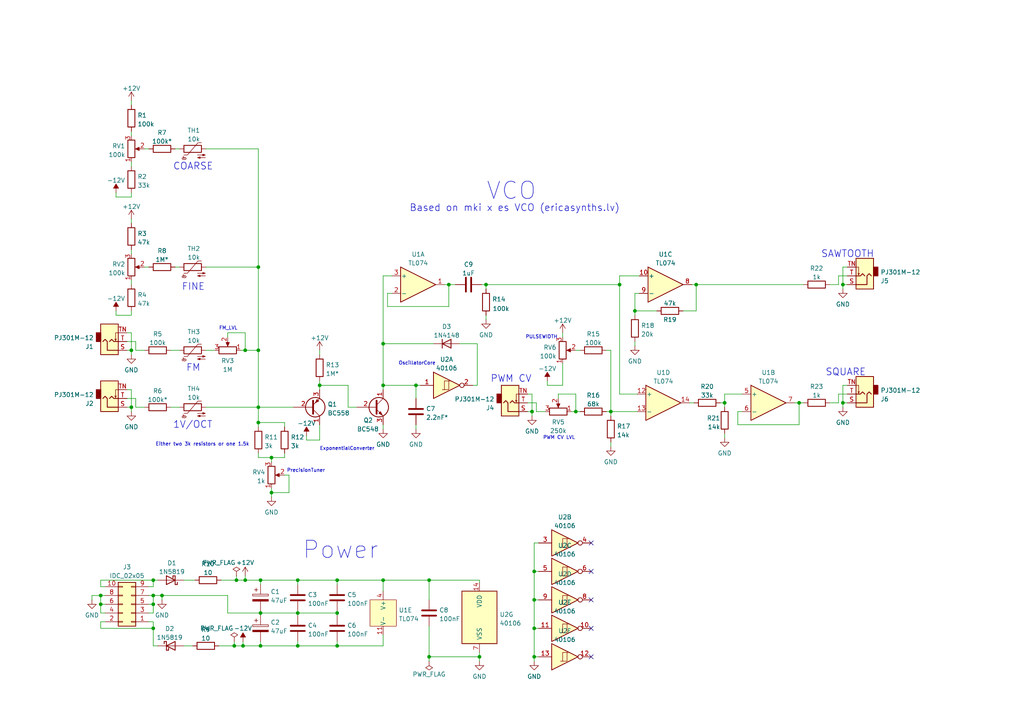
<source format=kicad_sch>
(kicad_sch (version 20211123) (generator eeschema)
  (paper "A4")
  (title_block (title "RW_EM_VCO_A") (date "2022-10-19") (rev "2022-10-19") (comment 1 "Licensed under CERN-OHL-S v2+") (comment 2 "https://github.com/sunfl0w/RW_EM"))
  (lib_symbols
    (symbol "Connector_Generic:Conn_02x05_Odd_Even" (pin_names (offset 1.016) hide)
      (property "Reference" "J" (at 1.27 7.62 0))
      (property "Value" "Conn_02x05_Odd_Even" (at 1.27 -7.62 0))
      (symbol "Conn_02x05_Odd_Even_1_1"
        (pin passive line (at -5.08 5.08 0) (length 3.81) (name "Pin_1") (number "1"))
        (pin passive line (at 7.62 -5.08 180) (length 3.81) (name "Pin_10") (number "10"))
        (pin passive line (at 7.62 5.08 180) (length 3.81) (name "Pin_2") (number "2"))
        (pin passive line (at -5.08 2.54 0) (length 3.81) (name "Pin_3") (number "3"))
        (pin passive line (at 7.62 2.54 180) (length 3.81) (name "Pin_4") (number "4"))
        (pin passive line (at -5.08 0 0) (length 3.81) (name "Pin_5") (number "5"))
        (pin passive line (at 7.62 0 180) (length 3.81) (name "Pin_6") (number "6"))
        (pin passive line (at -5.08 -2.54 0) (length 3.81) (name "Pin_7") (number "7"))
        (pin passive line (at 7.62 -2.54 180) (length 3.81) (name "Pin_8") (number "8"))
        (pin passive line (at -5.08 -5.08 0) (length 3.81) (name "Pin_9") (number "9"))
      )
    )
    (symbol "Device:C" (pin_numbers hide) (pin_names (offset 0.254))
      (property "Reference" "C" (at 0.635 2.54 0))
      (property "Value" "C" (at 0.635 -2.54 0))
      (symbol "C_1_1"
        (pin passive line (at 0 3.81 270) (length 2.794) (name "~") (number "1"))
        (pin passive line (at 0 -3.81 90) (length 2.794) (name "~") (number "2"))
      )
    )
    (symbol "Device:C_Polarized" (pin_numbers hide) (pin_names (offset 0.254))
      (property "Reference" "C" (at 0.635 2.54 0))
      (property "Value" "C_Polarized" (at 0.635 -2.54 0))
      (symbol "C_Polarized_1_1"
        (pin passive line (at 0 3.81 270) (length 2.794) (name "~") (number "1"))
        (pin passive line (at 0 -3.81 90) (length 2.794) (name "~") (number "2"))
      )
    )
    (symbol "Device:R" (pin_numbers hide) (pin_names (offset 0))
      (property "Reference" "R" (at 2.032 0 90))
      (property "Value" "R" (at 0 0 90))
      (symbol "R_1_1"
        (pin passive line (at 0 3.81 270) (length 1.27) (name "~") (number "1"))
        (pin passive line (at 0 -3.81 90) (length 1.27) (name "~") (number "2"))
      )
    )
    (symbol "Device:R_Potentiometer" (pin_names (offset 1.016) hide)
      (property "Reference" "RV" (at -4.445 0 90))
      (property "Value" "R_Potentiometer" (at -2.54 0 90))
      (symbol "R_Potentiometer_1_1"
        (pin passive line (at 0 3.81 270) (length 1.27) (name "1") (number "1"))
        (pin passive line (at 3.81 0 180) (length 1.27) (name "2") (number "2"))
        (pin passive line (at 0 -3.81 90) (length 1.27) (name "3") (number "3"))
      )
    )
    (symbol "Device:Thermistor_NTC" (pin_numbers hide) (pin_names (offset 0))
      (property "Reference" "TH" (at -4.445 0 90))
      (property "Value" "Thermistor_NTC" (at 3.175 0 90))
      (symbol "Thermistor_NTC_1_1"
        (pin passive line (at 0 3.81 270) (length 1.27) (name "~") (number "1"))
        (pin passive line (at 0 -3.81 90) (length 1.27) (name "~") (number "2"))
      )
    )
    (symbol "Diode:1N4148" (pin_numbers hide) (pin_names (offset 1.016) hide)
      (property "Reference" "D" (at 0 2.54 0))
      (property "Value" "1N4148" (at 0 -2.54 0))
      (symbol "1N4148_1_1"
        (pin passive line (at -3.81 0 0) (length 2.54) (name "K") (number "1"))
        (pin passive line (at 3.81 0 180) (length 2.54) (name "A") (number "2"))
      )
    )
    (symbol "Diode:1N5819" (pin_numbers hide) (pin_names (offset 1.016) hide)
      (property "Reference" "D" (at 0 2.54 0))
      (property "Value" "1N5819" (at 0 -2.54 0))
      (symbol "1N5819_1_1"
        (pin passive line (at -3.81 0 0) (length 2.54) (name "K") (number "1"))
        (pin passive line (at 3.81 0 180) (length 2.54) (name "A") (number "2"))
      )
    )
    (symbol "PJ301M-12_1"
      (property "Reference" "J" (at 0 8.89 0))
      (property "Value" "PJ301M-12_1" (at 0 6.35 0))
      (symbol "PJ301M-12_1_1_1"
        (pin passive line (at 5.08 2.54 180) (length 2.54) (name "~") (number "S"))
        (pin passive line (at 5.08 0 180) (length 2.54) (name "~") (number "T"))
        (pin passive line (at 5.08 -2.54 180) (length 2.54) (name "~") (number "TN"))
      )
    )
    (symbol "PJ301M-12_2"
      (property "Reference" "J" (at 0 8.89 0))
      (property "Value" "PJ301M-12_2" (at 0 6.35 0))
      (symbol "PJ301M-12_2_1_1"
        (pin passive line (at 5.08 2.54 180) (length 2.54) (name "~") (number "S"))
        (pin passive line (at 5.08 0 180) (length 2.54) (name "~") (number "T"))
        (pin passive line (at 5.08 -2.54 180) (length 2.54) (name "~") (number "TN"))
      )
    )
    (symbol "PJ301M-12_3"
      (property "Reference" "J" (at 0 8.89 0))
      (property "Value" "PJ301M-12_3" (at 0 6.35 0))
      (symbol "PJ301M-12_3_1_1"
        (pin passive line (at 5.08 2.54 180) (length 2.54) (name "~") (number "S"))
        (pin passive line (at 5.08 0 180) (length 2.54) (name "~") (number "T"))
        (pin passive line (at 5.08 -2.54 180) (length 2.54) (name "~") (number "TN"))
      )
    )
    (symbol "PJ301M-12_4"
      (property "Reference" "J" (at 0 8.89 0))
      (property "Value" "PJ301M-12_4" (at 0 6.35 0))
      (symbol "PJ301M-12_4_1_1"
        (pin passive line (at 5.08 2.54 180) (length 2.54) (name "~") (number "S"))
        (pin passive line (at 5.08 0 180) (length 2.54) (name "~") (number "T"))
        (pin passive line (at 5.08 -2.54 180) (length 2.54) (name "~") (number "TN"))
      )
    )
    (symbol "RW_40XX:40106" (pin_names (offset 1.016))
      (property "Reference" "U" (at 0 1.27 0))
      (property "Value" "40106" (at 0 -1.27 0))
      (symbol "40106_1_0"
        (pin input line (at -7.62 0 0) (length 3.81) (name "~") (number "1"))
        (pin output inverted (at 7.62 0 180) (length 3.81) (name "~") (number "2"))
      )
      (symbol "40106_2_0"
        (pin input line (at -7.62 0 0) (length 3.81) (name "~") (number "3"))
        (pin output inverted (at 7.62 0 180) (length 3.81) (name "~") (number "4"))
      )
      (symbol "40106_3_0"
        (pin input line (at -7.62 0 0) (length 3.81) (name "~") (number "5"))
        (pin output inverted (at 7.62 0 180) (length 3.81) (name "~") (number "6"))
      )
      (symbol "40106_4_0"
        (pin output inverted (at 7.62 0 180) (length 3.81) (name "~") (number "8"))
        (pin input line (at -7.62 0 0) (length 3.81) (name "~") (number "9"))
      )
      (symbol "40106_5_0"
        (pin output inverted (at 7.62 0 180) (length 3.81) (name "~") (number "10"))
        (pin input line (at -7.62 0 0) (length 3.81) (name "~") (number "11"))
      )
      (symbol "40106_6_0"
        (pin output inverted (at 7.62 0 180) (length 3.81) (name "~") (number "12"))
        (pin input line (at -7.62 0 0) (length 3.81) (name "~") (number "13"))
      )
      (symbol "40106_7_0"
        (pin power_in line (at 0 10.16 270) (length 2.54) (name "VDD") (number "14"))
        (pin power_in line (at 0 -10.16 90) (length 2.54) (name "VSS") (number "7"))
      )
    )
    (symbol "RW_EurorackModular:PJ301M-12"
      (property "Reference" "J" (at 0 8.89 0))
      (property "Value" "PJ301M-12" (at 0 6.35 0))
      (symbol "PJ301M-12_1_1"
        (pin passive line (at 5.08 2.54 180) (length 2.54) (name "~") (number "S"))
        (pin passive line (at 5.08 0 180) (length 2.54) (name "~") (number "T"))
        (pin passive line (at 5.08 -2.54 180) (length 2.54) (name "~") (number "TN"))
      )
    )
    (symbol "RW_EurorackModular:TL074" (pin_names (offset 0.127))
      (property "Reference" "U" (at 0 5.08 0))
      (property "Value" "TL074" (at 0 -5.08 0))
      (symbol "TL074_1_1"
        (pin output line (at 7.62 0 180) (length 2.54) (name "~") (number "1"))
        (pin input line (at -7.62 -2.54 0) (length 2.54) (name "-") (number "2"))
        (pin input line (at -7.62 2.54 0) (length 2.54) (name "+") (number "3"))
      )
      (symbol "TL074_2_1"
        (pin input line (at -7.62 2.54 0) (length 2.54) (name "+") (number "5"))
        (pin input line (at -7.62 -2.54 0) (length 2.54) (name "-") (number "6"))
        (pin output line (at 7.62 0 180) (length 2.54) (name "~") (number "7"))
      )
      (symbol "TL074_3_1"
        (pin input line (at -7.62 2.54 0) (length 2.54) (name "+") (number "10"))
        (pin output line (at 7.62 0 180) (length 2.54) (name "~") (number "8"))
        (pin input line (at -7.62 -2.54 0) (length 2.54) (name "-") (number "9"))
      )
      (symbol "TL074_4_1"
        (pin input line (at -7.62 2.54 0) (length 2.54) (name "+") (number "12"))
        (pin input line (at -7.62 -2.54 0) (length 2.54) (name "-") (number "13"))
        (pin output line (at 7.62 0 180) (length 2.54) (name "~") (number "14"))
      )
      (symbol "TL074_5_1"
        (pin power_in line (at 0 -6.35 90) (length 2.54) (name "V-") (number "11"))
        (pin power_in line (at 0 6.35 270) (length 2.54) (name "V+") (number "4"))
      )
    )
    (symbol "Transistor_BJT:BC548" (pin_names (offset 0) hide)
      (property "Reference" "Q" (at 5.08 1.905 0))
      (property "Value" "BC548" (at 5.08 0 0))
      (symbol "BC548_1_1"
        (pin passive line (at 2.54 5.08 270) (length 2.54) (name "C") (number "1"))
        (pin input line (at -5.08 0 0) (length 5.08) (name "B") (number "2"))
        (pin passive line (at 2.54 -5.08 90) (length 2.54) (name "E") (number "3"))
      )
    )
    (symbol "Transistor_BJT:BC558" (pin_names (offset 0) hide)
      (property "Reference" "Q" (at 5.08 1.905 0))
      (property "Value" "BC558" (at 5.08 0 0))
      (symbol "BC558_1_1"
        (pin passive line (at 2.54 5.08 270) (length 2.54) (name "C") (number "1"))
        (pin input line (at -5.08 0 0) (length 5.715) (name "B") (number "2"))
        (pin passive line (at 2.54 -5.08 90) (length 2.54) (name "E") (number "3"))
      )
    )
    (symbol "power:+12V" (power) (pin_names (offset 0))
      (property "Value" "+12V" (at 0 3.556 0))
      (symbol "+12V_1_1"
        (pin power_in line (at 0 0 90) (length 0) hide (name "+12V") (number "1"))
      )
    )
    (symbol "power:-12V" (power) (pin_names (offset 0))
      (property "Value" "-12V" (at 0 3.81 0))
      (symbol "-12V_0_0"
        (pin power_in line (at 0 0 90) (length 0) hide (name "-12V") (number "1"))
      )
    )
    (symbol "power:GND" (power) (pin_names (offset 0))
      (property "Value" "GND" (at 0 -3.81 0))
      (symbol "GND_1_1"
        (pin power_in line (at 0 0 270) (length 0) hide (name "GND") (number "1"))
      )
    )
    (symbol "power:PWR_FLAG" (power) (pin_numbers hide) (pin_names (offset 0) hide)
      (property "Value" "PWR_FLAG" (at 0 3.81 0))
      (symbol "PWR_FLAG_0_0"
        (pin power_out line (at 0 0 90) (length 0) (name "pwr") (number "1"))
      )
    )
  )
  (junction (at 167.005 119.38))
  (junction (at 244.475 116.84))
  (junction (at 154.94 182.245))
  (junction (at 124.46 168.275))
  (junction (at 78.74 142.875))
  (junction (at 46.99 172.72))
  (junction (at 179.705 82.55))
  (junction (at 111.125 168.275))
  (junction (at 120.65 111.76))
  (junction (at 44.45 168.275))
  (junction (at 124.46 190.5))
  (junction (at 92.71 111.76))
  (junction (at 201.93 82.55))
  (junction (at 111.125 111.76))
  (junction (at 71.12 101.6))
  (junction (at 86.36 177.8))
  (junction (at 86.36 168.275))
  (junction (at 38.1 101.6))
  (junction (at 154.305 119.38))
  (junction (at 86.36 187.325))
  (junction (at 67.945 187.325))
  (junction (at 97.79 177.8))
  (junction (at 44.45 175.26))
  (junction (at 78.74 132.715))
  (junction (at 231.775 116.84))
  (junction (at 74.93 118.11))
  (junction (at 210.185 116.84))
  (junction (at 130.175 82.55))
  (junction (at 154.94 190.5))
  (junction (at 139.065 190.5))
  (junction (at 75.565 177.8))
  (junction (at 244.475 82.55))
  (junction (at 140.97 82.55))
  (junction (at 97.79 168.275))
  (junction (at 44.45 172.72))
  (junction (at 74.93 101.6))
  (junction (at 97.79 187.325))
  (junction (at 75.565 187.325))
  (junction (at 154.94 165.735))
  (junction (at 74.93 77.47))
  (junction (at 29.21 172.72))
  (junction (at 38.1 118.11))
  (junction (at 68.58 168.275))
  (junction (at 74.93 122.555))
  (junction (at 75.565 168.275))
  (junction (at 177.165 119.38))
  (junction (at 29.21 175.26))
  (junction (at 44.45 182.245))
  (junction (at 154.94 173.99))
  (junction (at 71.12 168.275))
  (junction (at 111.125 99.695))
  (junction (at 70.485 187.325))
  (junction (at 184.15 90.17))
  (no_connect (at 171.45 182.245))
  (no_connect (at 171.45 173.99))
  (no_connect (at 171.45 190.5))
  (no_connect (at 171.45 165.735))
  (no_connect (at 171.45 157.48))
  (wire (pts (xy 74.93 77.47) (xy 74.93 101.6)))
  (wire (pts (xy 36.83 96.52) (xy 38.1 96.52)))
  (wire (pts (xy 154.94 190.5) (xy 154.94 191.77)))
  (wire (pts (xy 210.185 125.73) (xy 210.185 127)))
  (wire (pts (xy 44.45 177.8) (xy 43.18 177.8)))
  (wire (pts (xy 155.575 116.84) (xy 155.575 119.38)))
  (wire (pts (xy 38.1 63.5) (xy 38.1 64.77)))
  (wire (pts (xy 163.195 96.52) (xy 163.195 97.79)))
  (wire (pts (xy 66.04 97.79) (xy 66.04 96.52)))
  (wire (pts (xy 74.93 43.18) (xy 74.93 77.47)))
  (wire (pts (xy 30.48 172.72) (xy 29.21 172.72)))
  (wire (pts (xy 154.94 182.245) (xy 156.21 182.245)))
  (wire (pts (xy 244.475 77.47) (xy 244.475 82.55)))
  (wire (pts (xy 44.45 172.72) (xy 46.99 172.72)))
  (wire (pts (xy 244.475 82.55) (xy 245.745 82.55)))
  (wire (pts (xy 74.93 122.555) (xy 82.55 122.555)))
  (wire (pts (xy 46.99 172.72) (xy 46.99 173.99)))
  (wire (pts (xy 86.36 177.8) (xy 97.79 177.8)))
  (wire (pts (xy 59.69 77.47) (xy 74.93 77.47)))
  (wire (pts (xy 177.165 101.6) (xy 177.165 119.38)))
  (wire (pts (xy 92.71 111.76) (xy 100.965 111.76)))
  (wire (pts (xy 111.125 111.76) (xy 111.125 113.03)))
  (wire (pts (xy 113.665 80.01) (xy 111.125 80.01)))
  (wire (pts (xy 71.12 96.52) (xy 71.12 101.6)))
  (wire (pts (xy 92.71 111.76) (xy 92.71 113.03)))
  (wire (pts (xy 200.025 116.84) (xy 201.295 116.84)))
  (wire (pts (xy 43.18 175.26) (xy 44.45 175.26)))
  (wire (pts (xy 97.79 186.055) (xy 97.79 187.325)))
  (wire (pts (xy 163.195 105.41) (xy 163.195 111.76)))
  (wire (pts (xy 177.165 119.38) (xy 177.165 120.65)))
  (wire (pts (xy 44.45 187.325) (xy 45.72 187.325)))
  (wire (pts (xy 71.12 101.6) (xy 74.93 101.6)))
  (wire (pts (xy 75.565 168.275) (xy 86.36 168.275)))
  (wire (pts (xy 44.45 168.275) (xy 45.72 168.275)))
  (wire (pts (xy 154.305 119.38) (xy 153.035 119.38)))
  (wire (pts (xy 100.965 118.11) (xy 103.505 118.11)))
  (wire (pts (xy 66.04 172.72) (xy 66.04 177.8)))
  (wire (pts (xy 179.705 80.01) (xy 185.42 80.01)))
  (wire (pts (xy 97.79 177.8) (xy 97.79 178.435)))
  (wire (pts (xy 59.69 118.11) (xy 74.93 118.11)))
  (wire (pts (xy 184.15 90.17) (xy 190.5 90.17)))
  (wire (pts (xy 138.43 99.695) (xy 133.35 99.695)))
  (wire (pts (xy 36.83 115.57) (xy 39.37 115.57)))
  (wire (pts (xy 38.1 46.99) (xy 38.1 48.26)))
  (wire (pts (xy 33.655 90.17) (xy 33.655 91.44)))
  (wire (pts (xy 179.705 114.3) (xy 184.785 114.3)))
  (wire (pts (xy 154.94 157.48) (xy 154.94 165.735)))
  (wire (pts (xy 75.565 169.545) (xy 75.565 168.275)))
  (wire (pts (xy 38.1 96.52) (xy 38.1 101.6)))
  (wire (pts (xy 39.37 99.06) (xy 39.37 101.6)))
  (wire (pts (xy 63.5 187.325) (xy 67.945 187.325)))
  (wire (pts (xy 244.475 111.76) (xy 244.475 116.84)))
  (wire (pts (xy 44.45 180.34) (xy 43.18 180.34)))
  (wire (pts (xy 78.74 132.715) (xy 78.74 133.985)))
  (wire (pts (xy 41.91 77.47) (xy 43.18 77.47)))
  (wire (pts (xy 124.46 190.5) (xy 124.46 191.77)))
  (wire (pts (xy 184.15 85.09) (xy 184.15 90.17)))
  (wire (pts (xy 124.46 190.5) (xy 139.065 190.5)))
  (wire (pts (xy 97.79 177.8) (xy 97.79 177.165)))
  (wire (pts (xy 74.93 118.11) (xy 85.09 118.11)))
  (wire (pts (xy 88.9 127.635) (xy 92.71 127.635)))
  (wire (pts (xy 138.43 111.76) (xy 138.43 99.695)))
  (wire (pts (xy 29.21 180.34) (xy 29.21 182.245)))
  (wire (pts (xy 38.1 113.03) (xy 38.1 118.11)))
  (wire (pts (xy 29.21 182.245) (xy 44.45 182.245)))
  (wire (pts (xy 139.065 190.5) (xy 139.065 189.23)))
  (wire (pts (xy 30.48 170.18) (xy 29.21 170.18)))
  (wire (pts (xy 88.9 127.635) (xy 88.9 126.365)))
  (wire (pts (xy 245.745 111.76) (xy 244.475 111.76)))
  (wire (pts (xy 92.71 123.19) (xy 92.71 127.635)))
  (wire (pts (xy 154.94 165.735) (xy 156.21 165.735)))
  (wire (pts (xy 112.395 85.09) (xy 113.665 85.09)))
  (wire (pts (xy 49.53 101.6) (xy 52.07 101.6)))
  (wire (pts (xy 86.36 187.325) (xy 97.79 187.325)))
  (wire (pts (xy 64.135 168.275) (xy 68.58 168.275)))
  (wire (pts (xy 243.205 114.3) (xy 243.205 116.84)))
  (wire (pts (xy 38.1 81.28) (xy 38.1 82.55)))
  (wire (pts (xy 86.36 177.165) (xy 86.36 177.8)))
  (wire (pts (xy 153.035 116.84) (xy 155.575 116.84)))
  (wire (pts (xy 112.395 88.9) (xy 112.395 85.09)))
  (wire (pts (xy 231.775 123.19) (xy 231.775 116.84)))
  (wire (pts (xy 86.36 187.325) (xy 86.36 186.055)))
  (wire (pts (xy 43.18 172.72) (xy 44.45 172.72)))
  (wire (pts (xy 167.005 119.38) (xy 167.005 114.3)))
  (wire (pts (xy 213.995 119.38) (xy 213.995 123.19)))
  (wire (pts (xy 67.945 187.325) (xy 67.945 186.055)))
  (wire (pts (xy 243.205 82.55) (xy 240.665 82.55)))
  (wire (pts (xy 154.94 190.5) (xy 156.21 190.5)))
  (wire (pts (xy 59.69 101.6) (xy 62.23 101.6)))
  (wire (pts (xy 74.93 131.445) (xy 74.93 132.715)))
  (wire (pts (xy 53.34 168.275) (xy 56.515 168.275)))
  (wire (pts (xy 29.21 172.72) (xy 26.67 172.72)))
  (wire (pts (xy 29.21 175.26) (xy 29.21 177.8)))
  (wire (pts (xy 111.125 111.76) (xy 120.65 111.76)))
  (wire (pts (xy 179.705 82.55) (xy 179.705 114.3)))
  (wire (pts (xy 210.185 114.3) (xy 215.265 114.3)))
  (wire (pts (xy 179.705 82.55) (xy 179.705 80.01)))
  (wire (pts (xy 44.45 170.18) (xy 43.18 170.18)))
  (wire (pts (xy 140.97 91.44) (xy 140.97 92.71)))
  (wire (pts (xy 111.125 187.325) (xy 111.125 184.15)))
  (wire (pts (xy 158.75 110.49) (xy 158.75 111.76)))
  (wire (pts (xy 243.205 116.84) (xy 240.665 116.84)))
  (wire (pts (xy 156.21 157.48) (xy 154.94 157.48)))
  (wire (pts (xy 74.93 122.555) (xy 74.93 123.825)))
  (wire (pts (xy 86.36 169.545) (xy 86.36 168.275)))
  (wire (pts (xy 140.97 82.55) (xy 140.97 83.82)))
  (wire (pts (xy 50.8 77.47) (xy 52.07 77.47)))
  (wire (pts (xy 75.565 177.8) (xy 75.565 178.435)))
  (wire (pts (xy 33.655 55.88) (xy 33.655 57.15)))
  (wire (pts (xy 39.37 101.6) (xy 41.91 101.6)))
  (wire (pts (xy 139.065 168.275) (xy 139.065 168.91)))
  (wire (pts (xy 38.1 29.21) (xy 38.1 30.48)))
  (wire (pts (xy 38.1 55.88) (xy 38.1 57.15)))
  (wire (pts (xy 213.995 123.19) (xy 231.775 123.19)))
  (wire (pts (xy 38.1 101.6) (xy 38.1 102.87)))
  (wire (pts (xy 244.475 116.84) (xy 244.475 118.11)))
  (wire (pts (xy 130.175 82.55) (xy 132.08 82.55)))
  (wire (pts (xy 78.74 132.715) (xy 82.55 132.715)))
  (wire (pts (xy 71.12 168.275) (xy 71.12 167.005)))
  (wire (pts (xy 38.1 90.17) (xy 38.1 91.44)))
  (wire (pts (xy 124.46 181.61) (xy 124.46 190.5)))
  (wire (pts (xy 154.94 173.99) (xy 154.94 182.245)))
  (wire (pts (xy 82.55 137.795) (xy 83.82 137.795)))
  (wire (pts (xy 201.93 90.17) (xy 201.93 82.55)))
  (wire (pts (xy 36.83 113.03) (xy 38.1 113.03)))
  (wire (pts (xy 44.45 182.245) (xy 44.45 187.325)))
  (wire (pts (xy 92.71 101.6) (xy 92.71 102.87)))
  (wire (pts (xy 66.04 96.52) (xy 71.12 96.52)))
  (wire (pts (xy 53.34 187.325) (xy 55.88 187.325)))
  (wire (pts (xy 74.93 132.715) (xy 78.74 132.715)))
  (wire (pts (xy 75.565 177.8) (xy 86.36 177.8)))
  (wire (pts (xy 33.655 91.44) (xy 38.1 91.44)))
  (wire (pts (xy 175.895 101.6) (xy 177.165 101.6)))
  (wire (pts (xy 177.165 119.38) (xy 184.785 119.38)))
  (wire (pts (xy 177.165 119.38) (xy 175.895 119.38)))
  (wire (pts (xy 97.79 168.275) (xy 97.79 169.545)))
  (wire (pts (xy 100.965 111.76) (xy 100.965 118.11)))
  (wire (pts (xy 154.94 182.245) (xy 154.94 190.5)))
  (wire (pts (xy 66.04 177.8) (xy 75.565 177.8)))
  (wire (pts (xy 92.71 110.49) (xy 92.71 111.76)))
  (wire (pts (xy 210.185 116.84) (xy 210.185 118.11)))
  (wire (pts (xy 29.21 170.18) (xy 29.21 168.275)))
  (wire (pts (xy 167.005 114.3) (xy 161.925 114.3)))
  (wire (pts (xy 83.82 137.795) (xy 83.82 142.875)))
  (wire (pts (xy 38.1 118.11) (xy 36.83 118.11)))
  (wire (pts (xy 111.125 99.695) (xy 111.125 111.76)))
  (wire (pts (xy 67.945 187.325) (xy 70.485 187.325)))
  (wire (pts (xy 130.175 82.55) (xy 130.175 88.9)))
  (wire (pts (xy 137.16 111.76) (xy 138.43 111.76)))
  (wire (pts (xy 154.305 119.38) (xy 154.305 120.65)))
  (wire (pts (xy 39.37 115.57) (xy 39.37 118.11)))
  (wire (pts (xy 29.21 175.26) (xy 30.48 175.26)))
  (wire (pts (xy 167.005 119.38) (xy 168.275 119.38)))
  (wire (pts (xy 198.12 90.17) (xy 201.93 90.17)))
  (wire (pts (xy 124.46 168.275) (xy 124.46 173.99)))
  (wire (pts (xy 75.565 187.325) (xy 86.36 187.325)))
  (wire (pts (xy 26.67 172.72) (xy 26.67 173.99)))
  (wire (pts (xy 111.125 80.01) (xy 111.125 99.695)))
  (wire (pts (xy 120.65 111.76) (xy 120.65 115.57)))
  (wire (pts (xy 68.58 168.275) (xy 68.58 167.005)))
  (wire (pts (xy 29.21 180.34) (xy 30.48 180.34)))
  (wire (pts (xy 184.15 85.09) (xy 185.42 85.09)))
  (wire (pts (xy 213.995 119.38) (xy 215.265 119.38)))
  (wire (pts (xy 233.045 82.55) (xy 201.93 82.55)))
  (wire (pts (xy 139.7 82.55) (xy 140.97 82.55)))
  (wire (pts (xy 71.12 101.6) (xy 69.85 101.6)))
  (wire (pts (xy 120.65 111.76) (xy 121.92 111.76)))
  (wire (pts (xy 29.21 172.72) (xy 29.21 175.26)))
  (wire (pts (xy 50.8 43.18) (xy 52.07 43.18)))
  (wire (pts (xy 161.925 114.3) (xy 161.925 115.57)))
  (wire (pts (xy 74.93 101.6) (xy 74.93 118.11)))
  (wire (pts (xy 97.79 168.275) (xy 111.125 168.275)))
  (wire (pts (xy 44.45 172.72) (xy 44.45 175.26)))
  (wire (pts (xy 82.55 131.445) (xy 82.55 132.715)))
  (wire (pts (xy 184.15 99.06) (xy 184.15 100.33)))
  (wire (pts (xy 245.745 77.47) (xy 244.475 77.47)))
  (wire (pts (xy 82.55 123.825) (xy 82.55 122.555)))
  (wire (pts (xy 86.36 177.8) (xy 86.36 178.435)))
  (wire (pts (xy 244.475 116.84) (xy 245.745 116.84)))
  (wire (pts (xy 208.915 116.84) (xy 210.185 116.84)))
  (wire (pts (xy 78.74 141.605) (xy 78.74 142.875)))
  (wire (pts (xy 70.485 187.325) (xy 70.485 186.055)))
  (wire (pts (xy 74.93 118.11) (xy 74.93 122.555)))
  (wire (pts (xy 44.45 175.26) (xy 44.45 177.8)))
  (wire (pts (xy 153.035 114.3) (xy 154.305 114.3)))
  (wire (pts (xy 75.565 186.055) (xy 75.565 187.325)))
  (wire (pts (xy 128.905 82.55) (xy 130.175 82.55)))
  (wire (pts (xy 33.655 57.15) (xy 38.1 57.15)))
  (wire (pts (xy 111.125 168.275) (xy 124.46 168.275)))
  (wire (pts (xy 140.97 82.55) (xy 179.705 82.55)))
  (wire (pts (xy 184.15 90.17) (xy 184.15 91.44)))
  (wire (pts (xy 86.36 168.275) (xy 97.79 168.275)))
  (wire (pts (xy 120.65 123.19) (xy 120.65 124.46)))
  (wire (pts (xy 38.1 38.1) (xy 38.1 39.37)))
  (wire (pts (xy 158.75 111.76) (xy 163.195 111.76)))
  (wire (pts (xy 49.53 118.11) (xy 52.07 118.11)))
  (wire (pts (xy 244.475 82.55) (xy 244.475 83.82)))
  (wire (pts (xy 68.58 168.275) (xy 71.12 168.275)))
  (wire (pts (xy 154.94 165.735) (xy 154.94 173.99)))
  (wire (pts (xy 38.1 101.6) (xy 36.83 101.6)))
  (wire (pts (xy 245.745 114.3) (xy 243.205 114.3)))
  (wire (pts (xy 29.21 177.8) (xy 30.48 177.8)))
  (wire (pts (xy 154.94 173.99) (xy 156.21 173.99)))
  (wire (pts (xy 78.74 142.875) (xy 78.74 144.145)))
  (wire (pts (xy 124.46 168.275) (xy 139.065 168.275)))
  (wire (pts (xy 125.73 99.695) (xy 111.125 99.695)))
  (wire (pts (xy 210.185 116.84) (xy 210.185 114.3)))
  (wire (pts (xy 46.99 172.72) (xy 66.04 172.72)))
  (wire (pts (xy 41.91 43.18) (xy 43.18 43.18)))
  (wire (pts (xy 111.125 168.275) (xy 111.125 171.45)))
  (wire (pts (xy 75.565 177.165) (xy 75.565 177.8)))
  (wire (pts (xy 130.175 88.9) (xy 112.395 88.9)))
  (wire (pts (xy 70.485 187.325) (xy 75.565 187.325)))
  (wire (pts (xy 231.775 116.84) (xy 233.045 116.84)))
  (wire (pts (xy 245.745 80.01) (xy 243.205 80.01)))
  (wire (pts (xy 38.1 72.39) (xy 38.1 73.66)))
  (wire (pts (xy 177.165 128.27) (xy 177.165 129.54)))
  (wire (pts (xy 71.12 168.275) (xy 75.565 168.275)))
  (wire (pts (xy 38.1 118.11) (xy 38.1 119.38)))
  (wire (pts (xy 111.125 123.19) (xy 111.125 124.46)))
  (wire (pts (xy 230.505 116.84) (xy 231.775 116.84)))
  (wire (pts (xy 165.735 119.38) (xy 167.005 119.38)))
  (wire (pts (xy 155.575 119.38) (xy 158.115 119.38)))
  (wire (pts (xy 83.82 142.875) (xy 78.74 142.875)))
  (wire (pts (xy 139.065 190.5) (xy 139.065 191.77)))
  (wire (pts (xy 97.79 187.325) (xy 111.125 187.325)))
  (wire (pts (xy 154.305 114.3) (xy 154.305 119.38)))
  (wire (pts (xy 39.37 118.11) (xy 41.91 118.11)))
  (wire (pts (xy 36.83 99.06) (xy 39.37 99.06)))
  (wire (pts (xy 200.66 82.55) (xy 201.93 82.55)))
  (wire (pts (xy 59.69 43.18) (xy 74.93 43.18)))
  (wire (pts (xy 167.005 101.6) (xy 168.275 101.6)))
  (wire (pts (xy 29.21 168.275) (xy 44.45 168.275)))
  (wire (pts (xy 44.45 168.275) (xy 44.45 170.18)))
  (wire (pts (xy 44.45 182.245) (xy 44.45 180.34)))
  (wire (pts (xy 243.205 80.01) (xy 243.205 82.55)))
  (text "Based on mki x es VCO (ericasynths.lv)" (at 118.745 61.595 0) (effects (font (size 2 2)) (justify left bottom)))
  (text "FM_LVL" (at 63.5 95.885 0) (effects (font (size 1 1)) (justify left bottom)))
  (text "OscillatorCore" (at 115.57 106.045 0) (effects (font (size 1 1)) (justify left bottom)))
  (text "FM" (at 53.975 107.95 0) (effects (font (size 2 2)) (justify left bottom)))
  (text "Power" (at 87.63 162.56 0) (effects (font (size 5 5)) (justify left bottom)))
  (text "PWM CV" (at 142.24 111.125 0) (effects (font (size 2 2)) (justify left bottom)))
  (text "SQUARE" (at 239.395 109.22 0) (effects (font (size 2 2)) (justify left bottom)))
  (text "FINE" (at 52.705 84.455 0) (effects (font (size 2 2)) (justify left bottom)))
  (text "VCO" (at 140.97 58.42 0) (effects (font (size 5 5)) (justify left bottom)))
  (text "ExponentialConverter" (at 92.71 130.81 0) (effects (font (size 1 1)) (justify left bottom)))
  (text "Either two 3k resistors or one 1.5k" (at 45.085 129.54 0) (effects (font (size 1 1)) (justify left bottom)))
  (text "1V/OCT" (at 50.165 124.46 0) (effects (font (size 2 2)) (justify left bottom)))
  (text "COARSE" (at 50.165 49.53 0) (effects (font (size 2 2)) (justify left bottom)))
  (text "PWM CV LVL" (at 157.48 127.635 0) (effects (font (size 1 1)) (justify left bottom)))
  (text "PULSEWIDTH" (at 152.4 98.425 0) (effects (font (size 1 1)) (justify left bottom)))
  (text "SAWTOOTH" (at 238.125 74.93 0) (effects (font (size 2 2)) (justify left bottom)))
  (text "PrecisionTuner" (at 83.185 137.16 0) (effects (font (size 1 1)) (justify left bottom)))
  (symbol (lib_id "Device:R") (at 236.855 116.84 270) (mirror x) (unit 1)
    (property "Reference" "R23" (at 236.855 112.1242 90))
    (property "Value" "1k" (at 236.855 114.6611 90))
    (property "Footprint" "Resistor_THT:R_Axial_DIN0207_L6.3mm_D2.5mm_P10.16mm_Horizontal" (effects hide))
  )
  (symbol (lib_id "Device:R") (at 38.1 86.36 180) (unit 1)
    (property "Reference" "R4" (at 39.878 85.5253 0) (effects (justify right)))
    (property "Value" "47k" (at 39.878 88.0622 0) (effects (justify right)))
    (property "Footprint" "Resistor_THT:R_Axial_DIN0207_L6.3mm_D2.5mm_P10.16mm_Horizontal" (effects hide))
  )
  (symbol (lib_id "Device:R") (at 46.99 43.18 90) (unit 1)
    (property "Reference" "R7" (at 46.99 38.4642 90))
    (property "Value" "100k*" (at 46.99 41.0011 90))
    (property "Footprint" "Resistor_THT:R_Axial_DIN0207_L6.3mm_D2.5mm_P10.16mm_Horizontal" (effects hide))
  )
  (symbol (lib_id "Device:R") (at 38.1 52.07 180) (unit 1)
    (property "Reference" "R2" (at 39.878 51.2353 0) (effects (justify right)))
    (property "Value" "33k" (at 39.878 53.7722 0) (effects (justify right)))
    (property "Footprint" "Resistor_THT:R_Axial_DIN0207_L6.3mm_D2.5mm_P10.16mm_Horizontal" (effects hide))
  )
  (symbol (lib_id "power:GND") (at 120.65 124.46 0) (unit 1)
    (property "Reference" "#PWR0101" (effects hide))
    (property "Value" "GND" (at 120.65 128.9034 0))
  )
  (symbol (lib_id "power:+12V") (at 163.195 96.52 0) (unit 1)
    (property "Reference" "#PWR020" (effects hide))
    (property "Value" "+12V" (at 163.195 92.9442 0))
  )
  (symbol (lib_id "RW_EurorackModular:TL074") (at 121.285 82.55 0) (unit 1)
    (property "Reference" "U1" (at 121.285 73.7702 0))
    (property "Value" "TL074" (at 121.285 76.3071 0))
    (property "Footprint" "Package_DIP:DIP-14_W7.62mm" (effects hide))
  )
  (symbol (lib_id "RW_EurorackModular:TL074") (at 192.405 116.84 0) (unit 4)
    (property "Reference" "U1" (at 192.405 108.0602 0))
    (property "Value" "TL074" (at 192.405 110.5971 0))
    (property "Footprint" "Package_DIP:DIP-14_W7.62mm" (effects hide))
  )
  (symbol (lib_id "power:PWR_FLAG") (at 68.58 167.005 0) (unit 1)
    (property "Reference" "#FLG02" (effects hide))
    (property "Value" "PWR_FLAG" (at 63.5 163.195 0))
  )
  (symbol (lib_id "RW_EurorackModular:TL074") (at 111.125 177.8 0) (unit 5)
    (property "Reference" "U1" (at 115.6462 176.9653 0) (effects (justify left)))
    (property "Value" "TL074" (at 115.6462 179.5022 0) (effects (justify left)))
    (property "Footprint" "Package_DIP:DIP-14_W7.62mm" (effects hide))
  )
  (symbol (lib_id "power:GND") (at 210.185 127 0) (unit 1)
    (property "Reference" "#PWR023" (effects hide))
    (property "Value" "GND" (at 210.185 131.445 0))
  )
  (symbol (lib_id "power:GND") (at 184.15 100.33 0) (unit 1)
    (property "Reference" "#PWR022" (effects hide))
    (property "Value" "GND" (at 184.15 104.7734 0))
  )
  (symbol (lib_id "power:GND") (at 154.305 120.65 0) (unit 1)
    (property "Reference" "#PWR017" (effects hide))
    (property "Value" "GND" (at 154.305 125.0934 0))
  )
  (symbol (lib_id "power:PWR_FLAG") (at 124.46 191.77 180) (unit 1)
    (property "Reference" "#FLG03" (effects hide))
    (property "Value" "PWR_FLAG" (at 124.46 195.58 0))
  )
  (symbol (lib_id "Device:R_Potentiometer") (at 78.74 137.795 0) (mirror x) (unit 1)
    (property "Reference" "RV4" (at 76.9621 136.9603 0) (effects (justify right)))
    (property "Value" "1k" (at 76.9621 139.4972 0) (effects (justify right)))
    (property "Footprint" "Potentiometer_THT:Potentiometer_Bourns_3296W_Vertical" (effects hide))
  )
  (symbol (lib_id "Device:R") (at 194.31 90.17 90) (unit 1)
    (property "Reference" "R19" (at 194.31 92.71 90))
    (property "Value" "47k" (at 194.31 87.9911 90))
    (property "Footprint" "Resistor_THT:R_Axial_DIN0207_L6.3mm_D2.5mm_P10.16mm_Horizontal" (effects hide))
  )
  (symbol (lib_id "Device:Thermistor_NTC") (at 55.88 101.6 90) (unit 1)
    (property "Reference" "TH3" (at 56.1975 96.2492 90))
    (property "Value" "10k" (at 56.1975 98.7861 90))
    (property "Footprint" "Capacitor_THT:C_Disc_D4.7mm_W2.5mm_P5.00mm" (effects hide))
  )
  (symbol (lib_id "Device:R") (at 140.97 87.63 0) (unit 1)
    (property "Reference" "R14" (at 142.748 86.7953 0) (effects (justify left)))
    (property "Value" "100k" (at 142.875 89.535 0) (effects (justify left)))
    (property "Footprint" "Resistor_THT:R_Axial_DIN0207_L6.3mm_D2.5mm_P10.16mm_Horizontal" (effects hide))
  )
  (symbol (lib_id "power:GND") (at 177.165 129.54 0) (unit 1)
    (property "Reference" "#PWR021" (effects hide))
    (property "Value" "GND" (at 177.165 133.9834 0))
  )
  (symbol (lib_id "Device:Thermistor_NTC") (at 55.88 43.18 90) (unit 1)
    (property "Reference" "TH1" (at 56.1975 37.8292 90))
    (property "Value" "10k" (at 56.1975 40.3661 90))
    (property "Footprint" "Capacitor_THT:C_Disc_D4.7mm_W2.5mm_P5.00mm" (effects hide))
  )
  (symbol (lib_id "Device:R") (at 205.105 116.84 90) (unit 1)
    (property "Reference" "R20" (at 205.105 112.1242 90))
    (property "Value" "33k" (at 205.105 114.6611 90))
    (property "Footprint" "Resistor_THT:R_Axial_DIN0207_L6.3mm_D2.5mm_P10.16mm_Horizontal" (effects hide))
  )
  (symbol (lib_id "Diode:1N5819") (at 49.53 168.275 180) (unit 1)
    (property "Reference" "D1" (at 49.8475 163.3052 0))
    (property "Value" "1N5819" (at 49.8475 165.8421 0))
    (property "Footprint" "Diode_THT:D_DO-41_SOD81_P10.16mm_Horizontal" (effects hide))
    (property "Datasheet" "http://www.vishay.com/docs/88525/1n5817.pdf" (effects hide))
  )
  (symbol (lib_id "power:-12V") (at 158.75 110.49 0) (unit 1)
    (property "Reference" "#PWR019" (effects hide))
    (property "Value" "-12V" (at 158.75 106.9142 0))
  )
  (symbol (lib_id "Device:C") (at 86.36 182.245 0) (unit 1)
    (property "Reference" "C4" (at 89.281 181.4103 0) (effects (justify left)))
    (property "Value" "100nF" (at 89.281 183.9472 0) (effects (justify left)))
    (property "Footprint" "Capacitor_THT:C_Disc_D5.0mm_W2.5mm_P5.00mm" (effects hide))
  )
  (symbol (lib_id "RW_40XX:40106") (at 163.83 182.245 0) (unit 5)
    (property "Reference" "U2" (at 163.83 174.7352 0))
    (property "Value" "40106" (at 163.83 177.2721 0))
    (property "Footprint" "Package_DIP:DIP-14_W7.62mm" (effects hide))
  )
  (symbol (lib_id "Device:R") (at 172.085 101.6 90) (unit 1)
    (property "Reference" "R15" (at 172.085 96.8842 90))
    (property "Value" "100k" (at 172.085 99.4211 90))
    (property "Footprint" "Resistor_THT:R_Axial_DIN0207_L6.3mm_D2.5mm_P10.16mm_Horizontal" (effects hide))
  )
  (symbol (lib_id "power:GND") (at 111.125 124.46 0) (unit 1)
    (property "Reference" "#PWR014" (effects hide))
    (property "Value" "GND" (at 111.125 128.9034 0))
  )
  (symbol (lib_id "Device:R") (at 92.71 106.68 0) (unit 1)
    (property "Reference" "R13" (at 94.488 105.8453 0) (effects (justify left)))
    (property "Value" "1M*" (at 94.488 108.3822 0) (effects (justify left)))
    (property "Footprint" "Resistor_THT:R_Axial_DIN0207_L6.3mm_D2.5mm_P10.16mm_Horizontal" (effects hide))
  )
  (symbol (lib_id "Diode:1N4148") (at 129.54 99.695 0) (unit 1)
    (property "Reference" "D3" (at 129.54 94.7252 0))
    (property "Value" "1N4148" (at 129.54 97.2621 0))
    (property "Footprint" "Diode_THT:D_DO-35_SOD27_P7.62mm_Horizontal" (effects hide))
    (property "Datasheet" "https://assets.nexperia.com/documents/data-sheet/1N4148_1N4448.pdf" (effects hide))
  )
  (symbol (lib_id "Device:C") (at 120.65 119.38 0) (unit 1)
    (property "Reference" "C7" (at 123.571 118.5453 0) (effects (justify left)))
    (property "Value" "2.2nF*" (at 123.571 121.0822 0) (effects (justify left)))
    (property "Footprint" "Capacitor_THT:C_Rect_L7.2mm_W5.5mm_P5.00mm_FKS2_FKP2_MKS2_MKP2" (effects hide))
  )
  (symbol (lib_id "Device:C") (at 86.36 173.355 0) (unit 1)
    (property "Reference" "C3" (at 89.281 172.5203 0) (effects (justify left)))
    (property "Value" "100nF" (at 89.281 175.0572 0) (effects (justify left)))
    (property "Footprint" "Capacitor_THT:C_Disc_D5.0mm_W2.5mm_P5.00mm" (effects hide))
  )
  (symbol (lib_id "power:+12V") (at 38.1 29.21 0) (unit 1)
    (property "Reference" "#PWR04" (effects hide))
    (property "Value" "+12V" (at 38.1 25.6342 0))
  )
  (symbol (lib_id "power:GND") (at 38.1 119.38 0) (unit 1)
    (property "Reference" "#PWR07" (effects hide))
    (property "Value" "GND" (at 38.1 123.8234 0))
  )
  (symbol (lib_id "power:-12V") (at 70.485 186.055 0) (unit 1)
    (property "Reference" "#PWR09" (effects hide))
    (property "Value" "-12V" (at 70.485 182.245 0))
  )
  (symbol (lib_id "Device:C") (at 135.89 82.55 90) (unit 1)
    (property "Reference" "C9" (at 135.89 76.6912 90))
    (property "Value" "1uF" (at 135.89 79.2281 90))
    (property "Footprint" "Capacitor_THT:C_Rect_L7.2mm_W3.5mm_P5.00mm_FKS2_FKP2_MKS2_MKP2" (effects hide))
  )
  (symbol (lib_id "power:GND") (at 154.94 191.77 0) (unit 1)
    (property "Reference" "#PWR018" (effects hide))
    (property "Value" "GND" (at 154.94 196.2134 0))
  )
  (symbol (lib_id "RW_40XX:40106") (at 139.065 179.07 0) (unit 7)
    (property "Reference" "U2" (at 144.907 178.2353 0) (effects (justify left)))
    (property "Value" "40106" (at 144.907 180.7722 0) (effects (justify left)))
    (property "Footprint" "Package_DIP:DIP-14_W7.62mm" (effects hide))
  )
  (symbol (lib_id "Device:R") (at 177.165 124.46 180) (unit 1)
    (property "Reference" "R17" (at 178.943 123.6253 0) (effects (justify right)))
    (property "Value" "14k" (at 178.943 126.1622 0) (effects (justify right)))
    (property "Footprint" "Resistor_THT:R_Axial_DIN0207_L6.3mm_D2.5mm_P10.16mm_Horizontal" (effects hide))
  )
  (symbol (lib_id "Device:R") (at 59.69 187.325 90) (unit 1)
    (property "Reference" "R9" (at 59.69 182.6092 90))
    (property "Value" "10" (at 59.69 185.1461 90))
    (property "Footprint" "Resistor_THT:R_Axial_DIN0207_L6.3mm_D2.5mm_P10.16mm_Horizontal" (effects hide))
  )
  (symbol (lib_id "Device:Thermistor_NTC") (at 55.88 77.47 90) (unit 1)
    (property "Reference" "TH2" (at 56.1975 72.1192 90))
    (property "Value" "10k" (at 56.1975 74.6561 90))
    (property "Footprint" "Capacitor_THT:C_Disc_D4.7mm_W2.5mm_P5.00mm" (effects hide))
  )
  (symbol (lib_id "Device:R_Potentiometer") (at 161.925 119.38 270) (mirror x) (unit 1)
    (property "Reference" "RV5" (at 161.925 122.4264 90))
    (property "Value" "250k" (at 161.925 124.9633 90))
    (property "Footprint" "RW_EurorackModular:Potentiometer_R0904N_SongHuei" (effects hide))
  )
  (symbol (lib_id "power:GND") (at 46.99 173.99 0) (unit 1)
    (property "Reference" "#PWR08" (effects hide))
    (property "Value" "GND" (at 46.99 178.4334 0))
  )
  (symbol (lib_id "Device:R_Potentiometer") (at 38.1 43.18 0) (mirror x) (unit 1)
    (property "Reference" "RV1" (at 36.3221 42.3453 0) (effects (justify right)))
    (property "Value" "100k" (at 36.3221 44.8822 0) (effects (justify right)))
    (property "Footprint" "RW_EurorackModular:Potentiometer_Alpha_RD901F-40-00D_Single_Vertical" (effects hide))
  )
  (symbol (lib_id "RW_40XX:40106") (at 163.83 165.735 0) (unit 3)
    (property "Reference" "U2" (at 163.83 158.2252 0))
    (property "Value" "40106" (at 163.83 160.7621 0))
    (property "Footprint" "Package_DIP:DIP-14_W7.62mm" (effects hide))
  )
  (symbol (lib_id "RW_40XX:40106") (at 163.83 157.48 0) (unit 2)
    (property "Reference" "U2" (at 163.83 149.9702 0))
    (property "Value" "40106" (at 163.83 152.5071 0))
    (property "Footprint" "Package_DIP:DIP-14_W7.62mm" (effects hide))
  )
  (symbol (lib_id "RW_40XX:40106") (at 163.83 190.5 0) (unit 6)
    (property "Reference" "U2" (at 163.83 182.9902 0))
    (property "Value" "40106" (at 163.83 185.5271 0))
    (property "Footprint" "Package_DIP:DIP-14_W7.62mm" (effects hide))
  )
  (symbol (lib_id "Device:C") (at 97.79 182.245 0) (unit 1)
    (property "Reference" "C6" (at 100.711 181.4103 0) (effects (justify left)))
    (property "Value" "100nF" (at 100.711 183.9472 0) (effects (justify left)))
    (property "Footprint" "Capacitor_THT:C_Disc_D5.0mm_W2.5mm_P5.00mm" (effects hide))
  )
  (symbol (lib_id "RW_EurorackModular:TL074") (at 222.885 116.84 0) (unit 2)
    (property "Reference" "U1" (at 222.885 108.0602 0))
    (property "Value" "TL074" (at 222.885 110.5971 0))
    (property "Footprint" "Package_DIP:DIP-14_W7.62mm" (effects hide))
  )
  (symbol (lib_id "Device:R") (at 45.72 101.6 90) (unit 1)
    (property "Reference" "R5" (at 45.72 96.8842 90))
    (property "Value" "100k" (at 45.72 99.4211 90))
    (property "Footprint" "Resistor_THT:R_Axial_DIN0207_L6.3mm_D2.5mm_P10.16mm_Horizontal" (effects hide))
  )
  (symbol (lib_id "Diode:1N5819") (at 49.53 187.325 0) (unit 1)
    (property "Reference" "D2" (at 49.2125 182.3552 0))
    (property "Value" "1N5819" (at 49.2125 184.8921 0))
    (property "Footprint" "Diode_THT:D_DO-41_SOD81_P10.16mm_Horizontal" (effects hide))
    (property "Datasheet" "http://www.vishay.com/docs/88525/1n5817.pdf" (effects hide))
  )
  (symbol (lib_id "power:GND") (at 244.475 83.82 0) (mirror y) (unit 1)
    (property "Reference" "#PWR024" (effects hide))
    (property "Value" "GND" (at 244.475 88.2634 0))
  )
  (symbol (lib_id "power:+12V") (at 92.71 101.6 0) (unit 1)
    (property "Reference" "#PWR013" (effects hide))
    (property "Value" "+12V" (at 92.71 98.0242 0))
  )
  (symbol (lib_id "power:GND") (at 38.1 102.87 0) (unit 1)
    (property "Reference" "#PWR06" (effects hide))
    (property "Value" "GND" (at 38.1 107.3134 0))
  )
  (symbol (lib_id "Device:C_Polarized") (at 75.565 182.245 0) (unit 1)
    (property "Reference" "C2" (at 78.486 180.5213 0) (effects (justify left)))
    (property "Value" "47uF" (at 78.486 183.0582 0) (effects (justify left)))
    (property "Footprint" "Capacitor_THT:CP_Radial_D5.0mm_P2.00mm" (effects hide))
  )
  (symbol (lib_id "Device:R") (at 82.55 127.635 0) (unit 1)
    (property "Reference" "R12" (at 84.328 126.8003 0) (effects (justify left)))
    (property "Value" "3k" (at 84.328 129.3372 0) (effects (justify left)))
    (property "Footprint" "Resistor_THT:R_Axial_DIN0207_L6.3mm_D2.5mm_P10.16mm_Horizontal" (effects hide))
  )
  (symbol (lib_id "Device:R") (at 38.1 68.58 180) (unit 1)
    (property "Reference" "R3" (at 39.878 67.7453 0) (effects (justify right)))
    (property "Value" "47k" (at 39.878 70.2822 0) (effects (justify right)))
    (property "Footprint" "Resistor_THT:R_Axial_DIN0207_L6.3mm_D2.5mm_P10.16mm_Horizontal" (effects hide))
  )
  (symbol (lib_id "Device:Thermistor_NTC") (at 55.88 118.11 90) (unit 1)
    (property "Reference" "TH4" (at 56.1975 112.7592 90))
    (property "Value" "10k" (at 56.1975 115.2961 90))
    (property "Footprint" "Capacitor_THT:C_Disc_D4.7mm_W2.5mm_P5.00mm" (effects hide))
  )
  (symbol (lib_id "Device:R_Potentiometer") (at 38.1 77.47 0) (mirror x) (unit 1)
    (property "Reference" "RV2" (at 36.3221 76.6353 0) (effects (justify right)))
    (property "Value" "100k" (at 36.3221 79.1722 0) (effects (justify right)))
    (property "Footprint" "RW_EurorackModular:Potentiometer_R0904N_SongHuei" (effects hide))
  )
  (symbol (lib_id "Device:R") (at 74.93 127.635 0) (unit 1)
    (property "Reference" "R11" (at 76.708 126.8003 0) (effects (justify left)))
    (property "Value" "3k" (at 76.708 129.3372 0) (effects (justify left)))
    (property "Footprint" "Resistor_THT:R_Axial_DIN0207_L6.3mm_D2.5mm_P10.16mm_Horizontal" (effects hide))
  )
  (symbol (lib_id "RW_40XX:40106") (at 163.83 173.99 0) (unit 4)
    (property "Reference" "U2" (at 163.83 166.4802 0))
    (property "Value" "40106" (at 163.83 169.0171 0))
    (property "Footprint" "Package_DIP:DIP-14_W7.62mm" (effects hide))
  )
  (symbol (lib_id "RW_EurorackModular:PJ301M-12") (at 147.955 116.84 0) (mirror x) (unit 1)
    (property "Reference" "J4" (at 143.383 118.3097 0) (effects (justify right)))
    (property "Value" "PJ301M-12" (at 143.383 115.7728 0) (effects (justify right)))
    (property "Footprint" "RW_EurorackModular:PJ301M-12" (effects hide))
  )
  (symbol (lib_id "power:PWR_FLAG") (at 67.945 186.055 0) (unit 1)
    (property "Reference" "#FLG01" (effects hide))
    (property "Value" "PWR_FLAG" (at 62.865 182.245 0))
  )
  (symbol (lib_id "power:GND") (at 244.475 118.11 0) (mirror y) (unit 1)
    (property "Reference" "#PWR025" (effects hide))
    (property "Value" "GND" (at 244.475 122.5534 0))
  )
  (symbol (lib_name "PJ301M-12_1") (lib_id "RW_EurorackModular:PJ301M-12") (at 31.75 99.06 0) (mirror x) (unit 1)
    (property "Reference" "J1" (at 27.178 100.5297 0) (effects (justify right)))
    (property "Value" "PJ301M-12" (at 27.178 97.9928 0) (effects (justify right)))
    (property "Footprint" "RW_EurorackModular:PJ301M-12" (effects hide))
  )
  (symbol (lib_id "Connector_Generic:Conn_02x05_Odd_Even") (at 38.1 175.26 180) (unit 1)
    (property "Reference" "J3" (at 36.83 164.465 0))
    (property "Value" "IDC_02x05" (at 36.83 167.005 0))
    (property "Footprint" "Connector_IDC:IDC-Header_2x05_P2.54mm_Vertical" (effects hide))
  )
  (symbol (lib_id "power:+12V") (at 38.1 63.5 0) (unit 1)
    (property "Reference" "#PWR05" (effects hide))
    (property "Value" "+12V" (at 38.1 59.9242 0))
  )
  (symbol (lib_id "power:GND") (at 139.065 191.77 0) (unit 1)
    (property "Reference" "#PWR015" (effects hide))
    (property "Value" "GND" (at 139.065 196.2134 0))
  )
  (symbol (lib_id "Device:R") (at 210.185 121.92 0) (mirror x) (unit 1)
    (property "Reference" "R21" (at 208.915 121.285 0) (effects (justify right)))
    (property "Value" "14k" (at 208.915 123.825 0) (effects (justify right)))
    (property "Footprint" "Resistor_THT:R_Axial_DIN0207_L6.3mm_D2.5mm_P10.16mm_Horizontal" (effects hide))
  )
  (symbol (lib_name "PJ301M-12_3") (lib_id "RW_EurorackModular:PJ301M-12") (at 250.825 80.01 180) (unit 1)
    (property "Reference" "J5" (at 255.397 81.4797 0) (effects (justify right)))
    (property "Value" "PJ301M-12" (at 255.397 78.9428 0) (effects (justify right)))
    (property "Footprint" "RW_EurorackModular:PJ301M-12" (effects hide))
  )
  (symbol (lib_id "Device:R_Potentiometer") (at 163.195 101.6 0) (mirror x) (unit 1)
    (property "Reference" "RV6" (at 161.4171 100.7653 0) (effects (justify right)))
    (property "Value" "100k" (at 161.4171 103.3022 0) (effects (justify right)))
    (property "Footprint" "RW_EurorackModular:Potentiometer_R0904N_SongHuei" (effects hide))
  )
  (symbol (lib_id "Transistor_BJT:BC548") (at 108.585 118.11 0) (unit 1)
    (property "Reference" "Q2" (at 105.41 121.92 0) (effects (justify left)))
    (property "Value" "BC548" (at 103.505 124.46 0) (effects (justify left)))
    (property "Footprint" "Package_TO_SOT_THT:TO-92_Inline" (effects hide))
    (property "Datasheet" "https://www.onsemi.com/pub/Collateral/BC550-D.pdf" (effects hide))
  )
  (symbol (lib_id "Device:R") (at 184.15 95.25 0) (unit 1)
    (property "Reference" "R18" (at 185.928 94.4153 0) (effects (justify left)))
    (property "Value" "20k" (at 185.928 96.9522 0) (effects (justify left)))
    (property "Footprint" "Resistor_THT:R_Axial_DIN0207_L6.3mm_D2.5mm_P10.16mm_Horizontal" (effects hide))
  )
  (symbol (lib_id "Device:R") (at 38.1 34.29 180) (unit 1)
    (property "Reference" "R1" (at 39.878 33.4553 0) (effects (justify right)))
    (property "Value" "100k" (at 39.878 35.9922 0) (effects (justify right)))
    (property "Footprint" "Resistor_THT:R_Axial_DIN0207_L6.3mm_D2.5mm_P10.16mm_Horizontal" (effects hide))
  )
  (symbol (lib_id "power:-12V") (at 33.655 90.17 0) (unit 1)
    (property "Reference" "#PWR03" (effects hide))
    (property "Value" "-12V" (at 33.655 86.5942 0))
  )
  (symbol (lib_id "RW_40XX:40106") (at 129.54 111.76 0) (unit 1)
    (property "Reference" "U2" (at 129.54 104.2502 0))
    (property "Value" "40106" (at 129.54 106.7871 0))
    (property "Footprint" "Package_DIP:DIP-14_W7.62mm" (effects hide))
  )
  (symbol (lib_id "power:GND") (at 78.74 144.145 0) (unit 1)
    (property "Reference" "#PWR011" (effects hide))
    (property "Value" "GND" (at 78.74 148.5884 0))
  )
  (symbol (lib_name "PJ301M-12_2") (lib_id "RW_EurorackModular:PJ301M-12") (at 31.75 115.57 0) (mirror x) (unit 1)
    (property "Reference" "J2" (at 27.178 117.0397 0) (effects (justify right)))
    (property "Value" "PJ301M-12" (at 27.178 114.5028 0) (effects (justify right)))
    (property "Footprint" "RW_EurorackModular:PJ301M-12" (effects hide))
  )
  (symbol (lib_id "Device:C") (at 97.79 173.355 0) (unit 1)
    (property "Reference" "C5" (at 100.711 172.5203 0) (effects (justify left)))
    (property "Value" "100nF" (at 100.711 175.0572 0) (effects (justify left)))
    (property "Footprint" "Capacitor_THT:C_Disc_D5.0mm_W2.5mm_P5.00mm" (effects hide))
  )
  (symbol (lib_id "Device:C_Polarized") (at 75.565 173.355 0) (unit 1)
    (property "Reference" "C1" (at 78.486 171.6313 0) (effects (justify left)))
    (property "Value" "47uF" (at 78.486 174.1682 0) (effects (justify left)))
    (property "Footprint" "Capacitor_THT:CP_Radial_D5.0mm_P2.00mm" (effects hide))
  )
  (symbol (lib_id "Device:R") (at 236.855 82.55 270) (mirror x) (unit 1)
    (property "Reference" "R22" (at 236.855 77.8342 90))
    (property "Value" "1k" (at 236.855 80.3711 90))
    (property "Footprint" "Resistor_THT:R_Axial_DIN0207_L6.3mm_D2.5mm_P10.16mm_Horizontal" (effects hide))
  )
  (symbol (lib_id "Device:C") (at 124.46 177.8 0) (unit 1)
    (property "Reference" "C8" (at 127.381 176.9653 0) (effects (justify left)))
    (property "Value" "100nF" (at 127.381 179.5022 0) (effects (justify left)))
    (property "Footprint" "Capacitor_THT:C_Disc_D5.0mm_W2.5mm_P5.00mm" (effects hide))
  )
  (symbol (lib_id "power:GND") (at 26.67 173.99 0) (unit 1)
    (property "Reference" "#PWR01" (effects hide))
    (property "Value" "GND" (at 26.67 178.4334 0))
  )
  (symbol (lib_name "PJ301M-12_4") (lib_id "RW_EurorackModular:PJ301M-12") (at 250.825 114.3 180) (unit 1)
    (property "Reference" "J6" (at 255.397 115.7697 0) (effects (justify right)))
    (property "Value" "PJ301M-12" (at 255.397 113.2328 0) (effects (justify right)))
    (property "Footprint" "RW_EurorackModular:PJ301M-12" (effects hide))
  )
  (symbol (lib_id "Device:R") (at 60.325 168.275 90) (unit 1)
    (property "Reference" "R10" (at 60.325 163.5592 90))
    (property "Value" "10" (at 60.325 166.0961 90))
    (property "Footprint" "Resistor_THT:R_Axial_DIN0207_L6.3mm_D2.5mm_P10.16mm_Horizontal" (effects hide))
  )
  (symbol (lib_id "power:GND") (at 140.97 92.71 0) (unit 1)
    (property "Reference" "#PWR016" (effects hide))
    (property "Value" "GND" (at 140.97 97.1534 0))
  )
  (symbol (lib_id "power:-12V") (at 33.655 55.88 0) (unit 1)
    (property "Reference" "#PWR02" (effects hide))
    (property "Value" "-12V" (at 33.655 52.3042 0))
  )
  (symbol (lib_id "Device:R_Potentiometer") (at 66.04 101.6 270) (mirror x) (unit 1)
    (property "Reference" "RV3" (at 66.04 104.6464 90))
    (property "Value" "1M" (at 66.04 107.1833 90))
    (property "Footprint" "RW_EurorackModular:Potentiometer_R0904N_SongHuei" (effects hide))
  )
  (symbol (lib_id "Transistor_BJT:BC558") (at 90.17 118.11 0) (mirror x) (unit 1)
    (property "Reference" "Q1" (at 95.0214 117.2753 0) (effects (justify left)))
    (property "Value" "BC558" (at 95.0214 119.8122 0) (effects (justify left)))
    (property "Footprint" "Package_TO_SOT_THT:TO-92_Inline" (effects hide))
    (property "Datasheet" "https://www.onsemi.com/pub/Collateral/BC556BTA-D.pdf" (effects hide))
  )
  (symbol (lib_id "power:+12V") (at 71.12 167.005 0) (unit 1)
    (property "Reference" "#PWR010" (effects hide))
    (property "Value" "+12V" (at 71.12 163.195 0))
  )
  (symbol (lib_id "Device:R") (at 172.085 119.38 90) (unit 1)
    (property "Reference" "R16" (at 172.085 114.6642 90))
    (property "Value" "68k" (at 172.085 117.2011 90))
    (property "Footprint" "Resistor_THT:R_Axial_DIN0207_L6.3mm_D2.5mm_P10.16mm_Horizontal" (effects hide))
  )
  (symbol (lib_id "Device:R") (at 46.99 77.47 90) (unit 1)
    (property "Reference" "R8" (at 46.99 72.7542 90))
    (property "Value" "1M*" (at 46.99 75.2911 90))
    (property "Footprint" "Resistor_THT:R_Axial_DIN0207_L6.3mm_D2.5mm_P10.16mm_Horizontal" (effects hide))
  )
  (symbol (lib_id "RW_EurorackModular:TL074") (at 193.04 82.55 0) (unit 3)
    (property "Reference" "U1" (at 193.04 73.7702 0))
    (property "Value" "TL074" (at 193.04 76.3071 0))
    (property "Footprint" "Package_DIP:DIP-14_W7.62mm" (effects hide))
  )
  (symbol (lib_id "power:-12V") (at 88.9 126.365 0) (unit 1)
    (property "Reference" "#PWR012" (effects hide))
    (property "Value" "-12V" (at 88.9 122.7892 0))
  )
  (symbol (lib_id "Device:R") (at 45.72 118.11 90) (unit 1)
    (property "Reference" "R6" (at 45.72 113.3942 90))
    (property "Value" "100k*" (at 45.72 115.9311 90))
    (property "Footprint" "Resistor_THT:R_Axial_DIN0207_L6.3mm_D2.5mm_P10.16mm_Horizontal" (effects hide))
  )
)
</source>
